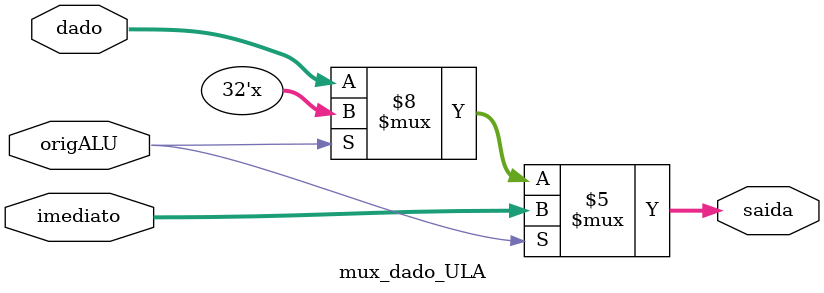
<source format=v>
module mux_dado_ULA (dado, imediato, origALU, saida);
input [31:0] dado; // contém o valor do registrador rt em instruções tipo R
input [31:0] imediato; // contém o valor do imediato em instruções tipo I
input origALU; //sinal que determina qual será o valor entregue à ULA
output reg [31:0] saida; // contém o valor a ser entregue à ULA

initial saida = 32'd0;

always @(*)
begin
	if(!origALU) 
	begin
		saida = dado; // determina que a ULA receba o valor do registrador rt
	end
	if(origALU)
	begin
		saida = imediato; // determina que a ULA receba o valor do imediato
	end
end
endmodule
</source>
